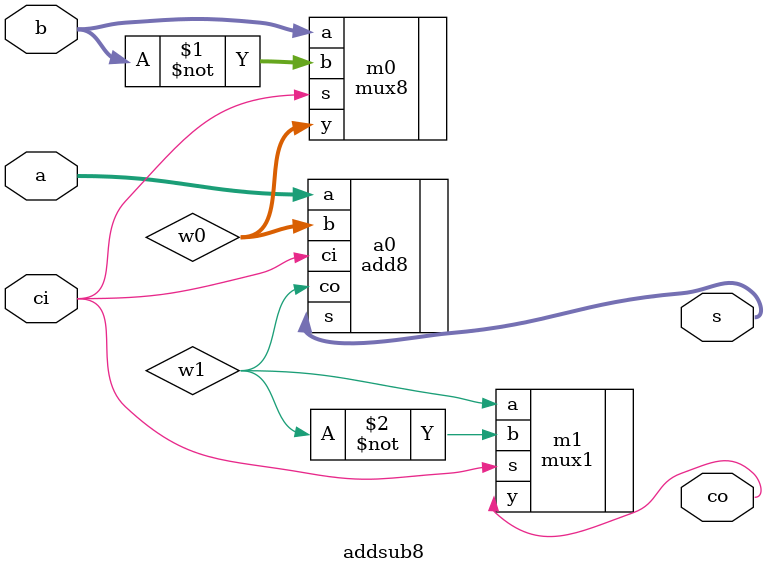
<source format=v>
`timescale 1ns/1ns

module addsub8(a, b, ci, co, s); /* moduleの定義開始 */
   input  [7:0] a, b;           /* input port (8bit) */
   input        ci;             /* input port (1bit) */
   output       co;             /* output port (1bit) */
   output [7:0] s;              /* output port (8bit) */
   wire [7:0] 	w0;             /* wire (8bit) */
   wire         w1;             /* wire (1bit) */
   
   /* 以下を記述 */
   /*8bitマルチプレクサ*/
   mux8 m0(.a(b), .b(~b), .s(ci), .y(w0));
   /*8bit Adder*/
   add8 a0(.a(a), .b(w0), .ci(ci), .co(w1), .s(s));
   /*8bitマルチプレクサ*/
   mux1 m1(.a(w1), .b(~w1), .s(ci), .y(co));

   /* ここまで */

endmodule /* moduleの定義終了 */

</source>
